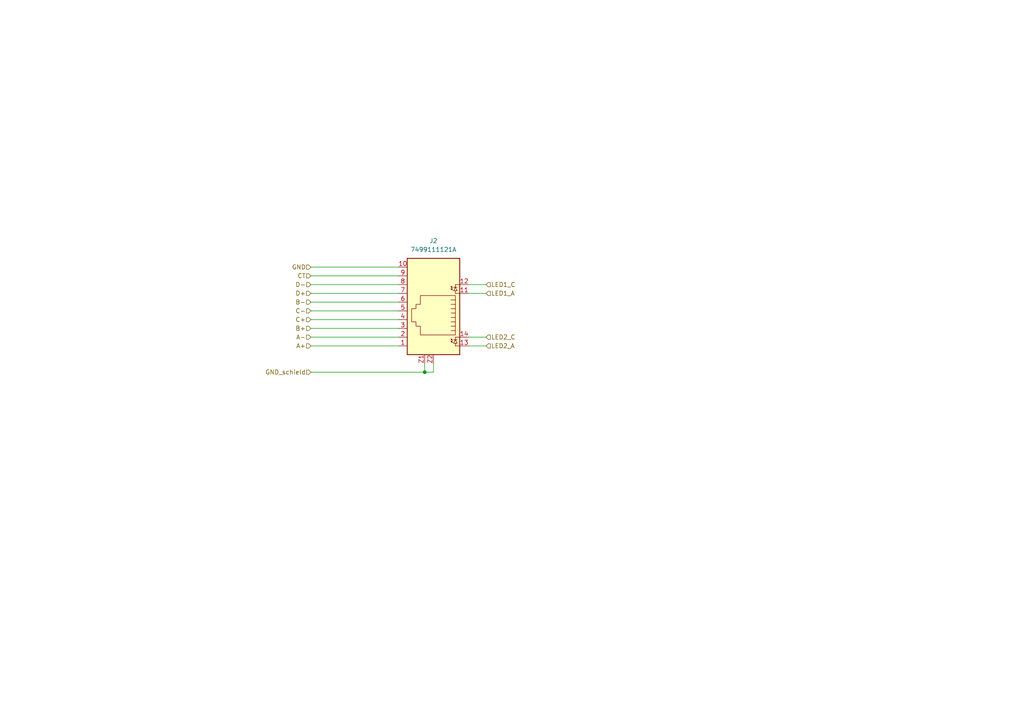
<source format=kicad_sch>
(kicad_sch (version 20211123) (generator eeschema)

  (uuid fa8efaab-b721-481d-addb-91e635b4f5d6)

  (paper "A4")

  (lib_symbols
    (symbol "b038:7499111121A" (pin_names (offset 1.016)) (in_bom yes) (on_board yes)
      (property "Reference" "J" (id 0) (at 5.08 13.97 0)
        (effects (font (size 1.27 1.27)) (justify right))
      )
      (property "Value" "7499111121A" (id 1) (at 8.89 19.05 0)
        (effects (font (size 1.27 1.27)) (justify left))
      )
      (property "Footprint" "" (id 2) (at 0 0.635 90)
        (effects (font (size 1.27 1.27)) hide)
      )
      (property "Datasheet" "~" (id 3) (at 0 0.635 90)
        (effects (font (size 1.27 1.27)) hide)
      )
      (property "ki_keywords" "8P8C RJ female connector led" (id 4) (at 0 0 0)
        (effects (font (size 1.27 1.27)) hide)
      )
      (property "ki_description" "RJ connector, 8P8C (8 positions 8 connected), two LEDs, RJ45, Shielded" (id 5) (at 0 0 0)
        (effects (font (size 1.27 1.27)) hide)
      )
      (property "ki_fp_filters" "8P8C* RJ45*" (id 6) (at 0 0 0)
        (effects (font (size 1.27 1.27)) hide)
      )
      (symbol "7499111121A_0_1"
        (rectangle (start -7.62 -10.16) (end 7.62 17.78)
          (stroke (width 0.254) (type default) (color 0 0 0 0))
          (fill (type background))
        )
        (polyline
          (pts
            (xy 5.08 -6.223)
            (xy 5.207 -6.604)
          )
          (stroke (width 0) (type default) (color 0 0 0 0))
          (fill (type none))
        )
        (polyline
          (pts
            (xy 5.08 -5.588)
            (xy 5.207 -5.969)
          )
          (stroke (width 0) (type default) (color 0 0 0 0))
          (fill (type none))
        )
        (polyline
          (pts
            (xy 5.08 4.445)
            (xy 6.35 4.445)
          )
          (stroke (width 0) (type default) (color 0 0 0 0))
          (fill (type none))
        )
        (polyline
          (pts
            (xy 5.08 5.715)
            (xy 6.35 5.715)
          )
          (stroke (width 0) (type default) (color 0 0 0 0))
          (fill (type none))
        )
        (polyline
          (pts
            (xy 5.08 9.017)
            (xy 5.207 8.636)
          )
          (stroke (width 0) (type default) (color 0 0 0 0))
          (fill (type none))
        )
        (polyline
          (pts
            (xy 5.08 9.652)
            (xy 5.207 9.271)
          )
          (stroke (width 0) (type default) (color 0 0 0 0))
          (fill (type none))
        )
        (polyline
          (pts
            (xy 6.35 -7.62)
            (xy 6.35 -6.858)
          )
          (stroke (width 0) (type default) (color 0 0 0 0))
          (fill (type none))
        )
        (polyline
          (pts
            (xy 6.35 -5.08)
            (xy 6.35 -5.842)
          )
          (stroke (width 0) (type default) (color 0 0 0 0))
          (fill (type none))
        )
        (polyline
          (pts
            (xy 6.35 7.62)
            (xy 6.35 8.382)
          )
          (stroke (width 0) (type default) (color 0 0 0 0))
          (fill (type none))
        )
        (polyline
          (pts
            (xy 6.35 10.16)
            (xy 6.35 9.398)
          )
          (stroke (width 0) (type default) (color 0 0 0 0))
          (fill (type none))
        )
        (polyline
          (pts
            (xy 6.858 -5.842)
            (xy 5.842 -5.842)
          )
          (stroke (width 0) (type default) (color 0 0 0 0))
          (fill (type none))
        )
        (polyline
          (pts
            (xy 6.858 9.398)
            (xy 5.842 9.398)
          )
          (stroke (width 0) (type default) (color 0 0 0 0))
          (fill (type none))
        )
        (polyline
          (pts
            (xy 7.62 -7.62)
            (xy 6.35 -7.62)
          )
          (stroke (width 0) (type default) (color 0 0 0 0))
          (fill (type none))
        )
        (polyline
          (pts
            (xy 7.62 -5.08)
            (xy 6.35 -5.08)
          )
          (stroke (width 0) (type default) (color 0 0 0 0))
          (fill (type none))
        )
        (polyline
          (pts
            (xy 7.62 7.62)
            (xy 6.35 7.62)
          )
          (stroke (width 0) (type default) (color 0 0 0 0))
          (fill (type none))
        )
        (polyline
          (pts
            (xy 7.62 10.16)
            (xy 6.35 10.16)
          )
          (stroke (width 0) (type default) (color 0 0 0 0))
          (fill (type none))
        )
        (polyline
          (pts
            (xy 5.08 3.175)
            (xy 6.35 3.175)
            (xy 6.35 3.175)
          )
          (stroke (width 0) (type default) (color 0 0 0 0))
          (fill (type none))
        )
        (polyline
          (pts
            (xy 5.588 -6.731)
            (xy 5.08 -6.223)
            (xy 5.461 -6.35)
          )
          (stroke (width 0) (type default) (color 0 0 0 0))
          (fill (type none))
        )
        (polyline
          (pts
            (xy 5.588 -6.096)
            (xy 5.08 -5.588)
            (xy 5.461 -5.715)
          )
          (stroke (width 0) (type default) (color 0 0 0 0))
          (fill (type none))
        )
        (polyline
          (pts
            (xy 5.588 8.509)
            (xy 5.08 9.017)
            (xy 5.461 8.89)
          )
          (stroke (width 0) (type default) (color 0 0 0 0))
          (fill (type none))
        )
        (polyline
          (pts
            (xy 5.588 9.144)
            (xy 5.08 9.652)
            (xy 5.461 9.525)
          )
          (stroke (width 0) (type default) (color 0 0 0 0))
          (fill (type none))
        )
        (polyline
          (pts
            (xy 6.35 -3.175)
            (xy 5.08 -3.175)
            (xy 5.08 -3.175)
          )
          (stroke (width 0) (type default) (color 0 0 0 0))
          (fill (type none))
        )
        (polyline
          (pts
            (xy 6.35 -1.905)
            (xy 5.08 -1.905)
            (xy 5.08 -1.905)
          )
          (stroke (width 0) (type default) (color 0 0 0 0))
          (fill (type none))
        )
        (polyline
          (pts
            (xy 6.35 -0.635)
            (xy 5.08 -0.635)
            (xy 5.08 -0.635)
          )
          (stroke (width 0) (type default) (color 0 0 0 0))
          (fill (type none))
        )
        (polyline
          (pts
            (xy 6.35 0.635)
            (xy 5.08 0.635)
            (xy 5.08 0.635)
          )
          (stroke (width 0) (type default) (color 0 0 0 0))
          (fill (type none))
        )
        (polyline
          (pts
            (xy 6.35 1.905)
            (xy 5.08 1.905)
            (xy 5.08 1.905)
          )
          (stroke (width 0) (type default) (color 0 0 0 0))
          (fill (type none))
        )
        (polyline
          (pts
            (xy 6.35 -5.842)
            (xy 6.858 -6.858)
            (xy 5.842 -6.858)
            (xy 6.35 -5.842)
          )
          (stroke (width 0) (type default) (color 0 0 0 0))
          (fill (type none))
        )
        (polyline
          (pts
            (xy 6.35 9.398)
            (xy 6.858 8.382)
            (xy 5.842 8.382)
            (xy 6.35 9.398)
          )
          (stroke (width 0) (type default) (color 0 0 0 0))
          (fill (type none))
        )
        (polyline
          (pts
            (xy 6.35 -4.445)
            (xy 6.35 6.985)
            (xy -3.81 6.985)
            (xy -3.81 4.445)
            (xy -5.08 4.445)
            (xy -5.08 3.175)
            (xy -6.35 3.175)
            (xy -6.35 -0.635)
            (xy -5.08 -0.635)
            (xy -5.08 -1.905)
            (xy -3.81 -1.905)
            (xy -3.81 -4.445)
            (xy 6.35 -4.445)
            (xy 6.35 -4.445)
          )
          (stroke (width 0) (type default) (color 0 0 0 0))
          (fill (type none))
        )
      )
      (symbol "7499111121A_1_1"
        (pin passive line (at -10.16 -7.62 0) (length 2.54)
          (name "~" (effects (font (size 1.27 1.27))))
          (number "1" (effects (font (size 1.27 1.27))))
        )
        (pin passive line (at -10.16 15.24 0) (length 2.54)
          (name "~" (effects (font (size 1.27 1.27))))
          (number "10" (effects (font (size 1.27 1.27))))
        )
        (pin passive line (at 10.16 7.62 180) (length 2.54)
          (name "~" (effects (font (size 1.27 1.27))))
          (number "11" (effects (font (size 1.27 1.27))))
        )
        (pin passive line (at 10.16 10.16 180) (length 2.54)
          (name "~" (effects (font (size 1.27 1.27))))
          (number "12" (effects (font (size 1.27 1.27))))
        )
        (pin passive line (at 10.16 -7.62 180) (length 2.54)
          (name "~" (effects (font (size 1.27 1.27))))
          (number "13" (effects (font (size 1.27 1.27))))
        )
        (pin passive line (at 10.16 -5.08 180) (length 2.54)
          (name "~" (effects (font (size 1.27 1.27))))
          (number "14" (effects (font (size 1.27 1.27))))
        )
        (pin passive line (at -10.16 -5.08 0) (length 2.54)
          (name "~" (effects (font (size 1.27 1.27))))
          (number "2" (effects (font (size 1.27 1.27))))
        )
        (pin passive line (at -10.16 -2.54 0) (length 2.54)
          (name "~" (effects (font (size 1.27 1.27))))
          (number "3" (effects (font (size 1.27 1.27))))
        )
        (pin passive line (at -10.16 0 0) (length 2.54)
          (name "~" (effects (font (size 1.27 1.27))))
          (number "4" (effects (font (size 1.27 1.27))))
        )
        (pin passive line (at -10.16 2.54 0) (length 2.54)
          (name "~" (effects (font (size 1.27 1.27))))
          (number "5" (effects (font (size 1.27 1.27))))
        )
        (pin passive line (at -10.16 5.08 0) (length 2.54)
          (name "~" (effects (font (size 1.27 1.27))))
          (number "6" (effects (font (size 1.27 1.27))))
        )
        (pin passive line (at -10.16 7.62 0) (length 2.54)
          (name "~" (effects (font (size 1.27 1.27))))
          (number "7" (effects (font (size 1.27 1.27))))
        )
        (pin passive line (at -10.16 10.16 0) (length 2.54)
          (name "~" (effects (font (size 1.27 1.27))))
          (number "8" (effects (font (size 1.27 1.27))))
        )
        (pin passive line (at -10.16 12.7 0) (length 2.54)
          (name "~" (effects (font (size 1.27 1.27))))
          (number "9" (effects (font (size 1.27 1.27))))
        )
        (pin passive line (at -2.54 -12.7 90) (length 2.54)
          (name "~" (effects (font (size 1.27 1.27))))
          (number "Z1" (effects (font (size 1.27 1.27))))
        )
        (pin passive line (at 0 -12.7 90) (length 2.54)
          (name "~" (effects (font (size 1.27 1.27))))
          (number "Z2" (effects (font (size 1.27 1.27))))
        )
      )
    )
  )

  (junction (at 123.19 107.95) (diameter 0) (color 0 0 0 0)
    (uuid d8726c2f-429c-424c-8fe9-24074c3753ed)
  )

  (wire (pts (xy 90.17 90.17) (xy 115.57 90.17))
    (stroke (width 0) (type default) (color 0 0 0 0))
    (uuid 093bf69f-ef05-4f82-b48c-439298ddce31)
  )
  (wire (pts (xy 90.17 107.95) (xy 123.19 107.95))
    (stroke (width 0) (type default) (color 0 0 0 0))
    (uuid 1571fbea-aaba-422b-8086-cf4397954e7d)
  )
  (wire (pts (xy 90.17 85.09) (xy 115.57 85.09))
    (stroke (width 0) (type default) (color 0 0 0 0))
    (uuid 1a965402-9cce-4c62-84c8-20401d2db620)
  )
  (wire (pts (xy 90.17 100.33) (xy 115.57 100.33))
    (stroke (width 0) (type default) (color 0 0 0 0))
    (uuid 2e824129-56c9-4b5a-9aae-69f8716102e1)
  )
  (wire (pts (xy 90.17 92.71) (xy 115.57 92.71))
    (stroke (width 0) (type default) (color 0 0 0 0))
    (uuid 31ca2ecd-277a-4a67-8ae3-d48e2dd32f9d)
  )
  (wire (pts (xy 135.89 82.55) (xy 140.97 82.55))
    (stroke (width 0) (type default) (color 0 0 0 0))
    (uuid 51133197-6d4f-43e8-8f63-d3b5fe7eda68)
  )
  (wire (pts (xy 135.89 97.79) (xy 140.97 97.79))
    (stroke (width 0) (type default) (color 0 0 0 0))
    (uuid 5f033413-e1d2-4eae-91dc-65583c3588fc)
  )
  (wire (pts (xy 90.17 97.79) (xy 115.57 97.79))
    (stroke (width 0) (type default) (color 0 0 0 0))
    (uuid ae42e3cd-7659-43bf-9f9d-5521035a0a17)
  )
  (wire (pts (xy 90.17 82.55) (xy 115.57 82.55))
    (stroke (width 0) (type default) (color 0 0 0 0))
    (uuid b342e7b7-c608-49b5-b24c-9a5c1b522f01)
  )
  (wire (pts (xy 90.17 95.25) (xy 115.57 95.25))
    (stroke (width 0) (type default) (color 0 0 0 0))
    (uuid b4c98c72-c914-4fc2-8ee3-013ac58e73c4)
  )
  (wire (pts (xy 135.89 85.09) (xy 140.97 85.09))
    (stroke (width 0) (type default) (color 0 0 0 0))
    (uuid c3ec832e-2699-4d5b-9c92-843464759717)
  )
  (wire (pts (xy 125.73 107.95) (xy 125.73 105.41))
    (stroke (width 0) (type default) (color 0 0 0 0))
    (uuid cd4f3998-d7d7-44fa-9e51-b519e1871c95)
  )
  (wire (pts (xy 90.17 87.63) (xy 115.57 87.63))
    (stroke (width 0) (type default) (color 0 0 0 0))
    (uuid d0a43ee0-c596-4825-9bb7-8280fe2734d1)
  )
  (wire (pts (xy 123.19 105.41) (xy 123.19 107.95))
    (stroke (width 0) (type default) (color 0 0 0 0))
    (uuid ddace978-035a-4727-9c12-919c3ea4cd37)
  )
  (wire (pts (xy 90.17 80.01) (xy 115.57 80.01))
    (stroke (width 0) (type default) (color 0 0 0 0))
    (uuid eb1026bd-5b57-448c-8b5c-bc784c278bf8)
  )
  (wire (pts (xy 123.19 107.95) (xy 125.73 107.95))
    (stroke (width 0) (type default) (color 0 0 0 0))
    (uuid f192cdd7-8631-4b6e-9840-24a91f958c0a)
  )
  (wire (pts (xy 135.89 100.33) (xy 140.97 100.33))
    (stroke (width 0) (type default) (color 0 0 0 0))
    (uuid f8618f78-3c4a-49fd-813b-de3aad161526)
  )
  (wire (pts (xy 90.17 77.47) (xy 115.57 77.47))
    (stroke (width 0) (type default) (color 0 0 0 0))
    (uuid fedfc95a-e3db-42ec-8499-983fbee9dfaa)
  )

  (hierarchical_label "CT" (shape input) (at 90.17 80.01 180)
    (effects (font (size 1.27 1.27)) (justify right))
    (uuid 07f50756-241a-4f74-a2d4-ebaecc9b9394)
  )
  (hierarchical_label "GND" (shape input) (at 90.17 77.47 180)
    (effects (font (size 1.27 1.27)) (justify right))
    (uuid 195967c8-285c-476a-9591-6083369ee3ad)
  )
  (hierarchical_label "A-" (shape input) (at 90.17 97.79 180)
    (effects (font (size 1.27 1.27)) (justify right))
    (uuid 1c6713bb-4230-4548-8b16-233a49392865)
  )
  (hierarchical_label "C-" (shape input) (at 90.17 90.17 180)
    (effects (font (size 1.27 1.27)) (justify right))
    (uuid 3f9381f4-eacd-4c7e-aa3c-fb0c926c7611)
  )
  (hierarchical_label "D+" (shape input) (at 90.17 85.09 180)
    (effects (font (size 1.27 1.27)) (justify right))
    (uuid 4f7f6f1d-2074-49e0-bbdc-0f520170a5be)
  )
  (hierarchical_label "LED2_C" (shape input) (at 140.97 97.79 0)
    (effects (font (size 1.27 1.27)) (justify left))
    (uuid 6b3dadda-2168-4d40-ab26-758b1e5ec030)
  )
  (hierarchical_label "LED1_A" (shape input) (at 140.97 85.09 0)
    (effects (font (size 1.27 1.27)) (justify left))
    (uuid 6c4ef1bd-dc96-4f3a-8f23-09fdd0eb8209)
  )
  (hierarchical_label "B+" (shape input) (at 90.17 95.25 180)
    (effects (font (size 1.27 1.27)) (justify right))
    (uuid 995e99c2-8265-4f1f-8149-03aa266d6d43)
  )
  (hierarchical_label "B-" (shape input) (at 90.17 87.63 180)
    (effects (font (size 1.27 1.27)) (justify right))
    (uuid 9d18e8d3-4b29-46b3-b752-3aafc109b246)
  )
  (hierarchical_label "LED1_C" (shape input) (at 140.97 82.55 0)
    (effects (font (size 1.27 1.27)) (justify left))
    (uuid a153fea7-52b4-44a1-bb3d-d7ff38675656)
  )
  (hierarchical_label "GND_schield" (shape input) (at 90.17 107.95 180)
    (effects (font (size 1.27 1.27)) (justify right))
    (uuid be17a370-96bd-4d67-9b44-f3cf62b4b5f0)
  )
  (hierarchical_label "LED2_A" (shape input) (at 140.97 100.33 0)
    (effects (font (size 1.27 1.27)) (justify left))
    (uuid d183166b-ac21-457e-8c4b-85471874c7db)
  )
  (hierarchical_label "C+" (shape input) (at 90.17 92.71 180)
    (effects (font (size 1.27 1.27)) (justify right))
    (uuid d658ff0d-62f1-4b60-9958-18d5f360357a)
  )
  (hierarchical_label "D-" (shape input) (at 90.17 82.55 180)
    (effects (font (size 1.27 1.27)) (justify right))
    (uuid e8755498-15e3-40f0-babd-7ea27d8e35c3)
  )
  (hierarchical_label "A+" (shape input) (at 90.17 100.33 180)
    (effects (font (size 1.27 1.27)) (justify right))
    (uuid ebf3341f-1515-4126-888e-3180a9d2d9e7)
  )

  (symbol (lib_id "b038:7499111121A") (at 125.73 92.71 0) (unit 1)
    (in_bom yes) (on_board yes) (fields_autoplaced)
    (uuid 82b79e15-1e71-4461-b07f-a6b82ddc6e08)
    (property "Reference" "J2" (id 0) (at 125.73 69.85 0))
    (property "Value" "7499111121A" (id 1) (at 125.73 72.39 0))
    (property "Footprint" "b038:7499111121A" (id 2) (at 125.73 92.075 90)
      (effects (font (size 1.27 1.27)) hide)
    )
    (property "Datasheet" "~" (id 3) (at 125.73 92.075 90)
      (effects (font (size 1.27 1.27)) hide)
    )
    (property "MPN" "7499111121A" (id 4) (at 125.73 92.71 0)
      (effects (font (size 1.27 1.27)) hide)
    )
    (property "Digi-Key_PN" "1297-1070-5-ND" (id 5) (at 125.73 92.71 0)
      (effects (font (size 1.27 1.27)) hide)
    )
    (pin "1" (uuid 73a96564-44cf-4a85-b4ba-a1416be68e3b))
    (pin "10" (uuid 1536d6e9-6039-431a-a448-cee48bc5111c))
    (pin "11" (uuid 97dbc4d2-9895-44d6-9252-2142a2da4512))
    (pin "12" (uuid 411234d3-64d1-4dbb-bbf8-50763177909e))
    (pin "13" (uuid 53f598fa-a9cc-4c97-994d-01b37268ff98))
    (pin "14" (uuid cae228d6-ed49-4f6f-aa7d-c7d19849054b))
    (pin "2" (uuid c66e3ec6-d984-4d36-8bca-1be74c3130b9))
    (pin "3" (uuid 5cdacab8-8682-4004-b4b1-6228dd88bcb7))
    (pin "4" (uuid abe7576e-af94-402d-93bc-84023f474652))
    (pin "5" (uuid 8c23ba51-d0d6-441e-9262-34da3a76534f))
    (pin "6" (uuid 989b6b48-abb6-4e31-ba92-b00dc5a08fdf))
    (pin "7" (uuid 2b193fde-20fc-47dc-af5b-418cbfe1d1f3))
    (pin "8" (uuid ec183d6a-dade-4bfe-b47c-30dff004d8e1))
    (pin "9" (uuid f88116a0-6cce-4b6f-87dc-6e0c64c83284))
    (pin "Z1" (uuid 338cd870-b241-4543-bcd5-ca3375e505f9))
    (pin "Z2" (uuid 4db104a2-8572-4ffa-ab75-8320659e0316))
  )
)

</source>
